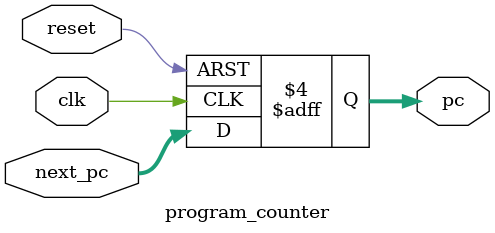
<source format=v>
`timescale 1ns / 1ps

module program_counter(input wire clk, input wire reset, input wire [31:0] next_pc, output reg [31:0] pc);

//initialize the program counter to 0
initial begin
    pc = 32'b0;
end

//update the program counter on each rising clock edge
always@(posedge clk or posedge reset) begin
    if(reset==1'b1) pc = 32'b0;
    else pc = next_pc;
end
endmodule

</source>
